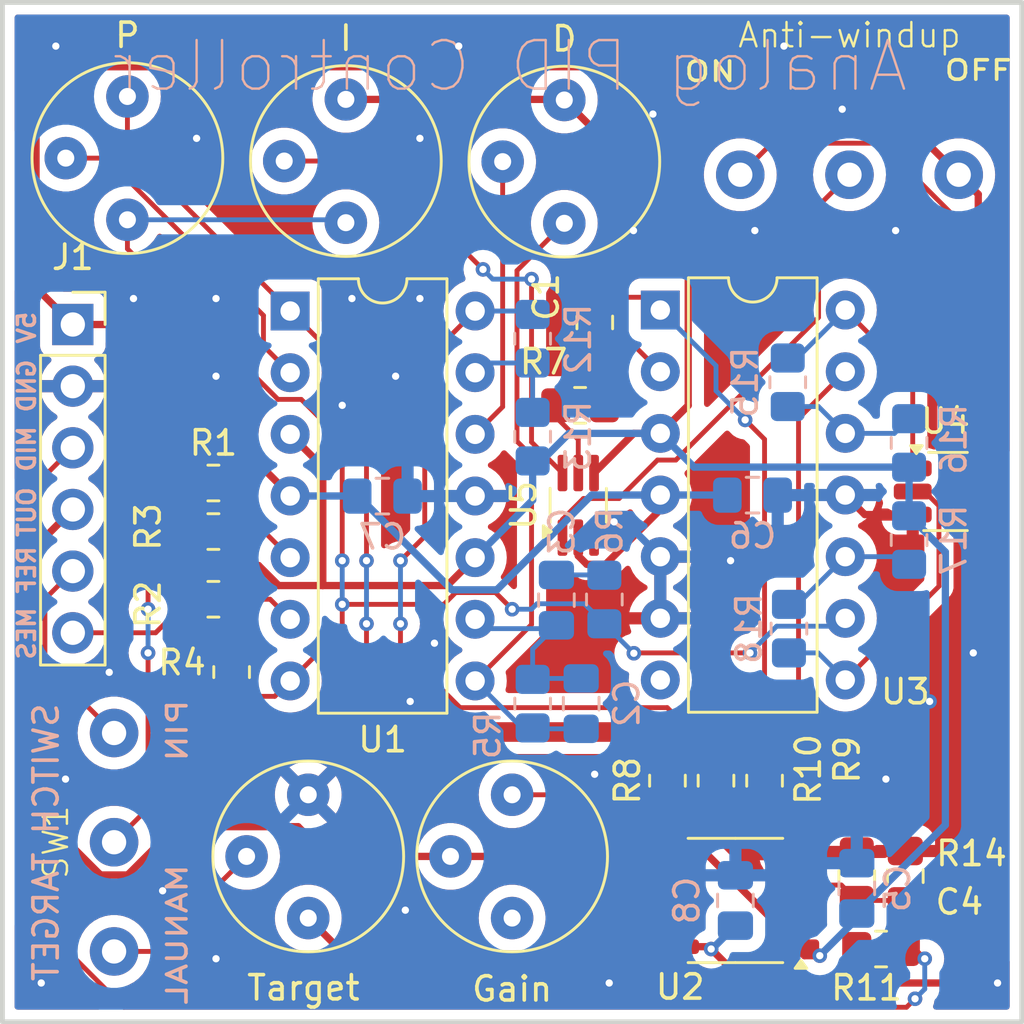
<source format=kicad_pcb>
(kicad_pcb (version 20240108) (generator "pcbnew") (generator_version "8.0")
  (layers (0 "F.Cu" signal) (31 "B.Cu" signal) (36 "B.SilkS" user "B.Silkscreen") (37 "F.SilkS" user "F.Silkscreen") (38 "B.Mask" user) (39 "F.Mask" user) (44 "Edge.Cuts" user))
  (net 0 "")
  (net 1 "/I")
  (net 2 "Net-(U1B--)")
  (net 3 "Net-(U1D-+)")
  (net 4 "Net-(U1C--)")
  (net 5 "Net-(C3-Pad1)")
  (net 6 "GND")
  (net 7 "/Vmid_opt")
  (net 8 "/Vmid")
  (net 9 "+5V")
  (net 10 "/Measured")
  (net 11 "/Target_opt")
  (net 12 "/Vout")
  (net 13 "Net-(SW1-B)")
  (net 14 "Net-(U3A--)")
  (net 15 "/Diff")
  (net 16 "Net-(U5-COM)")
  (net 17 "/V-")
  (net 18 "/P")
  (net 19 "/D")
  (net 20 "Net-(U1D--)")
  (net 21 "Net-(R15-Pad2)")
  (net 22 "Net-(U3C-+)")
  (net 23 "Net-(R18-Pad2)")
  (net 24 "Net-(U1A--)")
  (net 25 "Net-(U5-NO)")
  (net 26 "Net-(C2-Pad2)")
  (net 27 "Net-(SW1-C)")
  (net 28 "/Integrator_Off")
  (net 29 "Net-(U1B-+)")
  (net 31 "Net-(U3D-+)")
  (net 33 "Net-(SW2-C)")
  (footprint "Resistor_SMD:R_0805_2012Metric_Pad1.20x1.40mm_HandSolder" (layer "F.Cu") (at 149 139.465 -90)
    (property "Reference" "R10")
    (property "Value" "5k")
  )
  (footprint "Potentiometer_THT:Potentiometer_Bourns_3339P_Vertical_HandSoldering" (layer "F.Cu") (at 142.75 116.5)
    (property "Reference" "D")
    (property "Value" "10k")
  )
  (footprint "Package_TO_SOT_SMD:SOT-363_SC-70-6_Handsoldering" (layer "F.Cu") (at 143.325 128.12 90)
    (property "Reference" "U5")
    (property "Value" "~")
  )
  (footprint "Resistor_SMD:R_0805_2012Metric_Pad1.20x1.40mm_HandSolder" (layer "F.Cu") (at 143.4 124)
    (property "Reference" "R7")
    (property "Value" "1Meg")
  )
  (footprint "Package_TO_SOT_SMD:SOT-23-5_HandSoldering" (layer "F.Cu") (at 158.455 127.55)
    (property "Reference" "U4")
    (property "Value" "NC7SZ86M5X")
  )
  (footprint "Resistor_SMD:R_0805_2012Metric_Pad1.20x1.40mm_HandSolder" (layer "F.Cu") (at 151 139.465 -90)
    (property "Reference" "R9")
    (property "Value" "5k")
  )
  (footprint "Package_DIP:DIP-14_W7.62mm" (layer "F.Cu") (at 146.705 120.075)
    (property "Reference" "U3")
    (property "Value" "MCP6004")
  )
  (footprint "Resistor_SMD:R_0805_2012Metric_Pad1.20x1.40mm_HandSolder" (layer "F.Cu") (at 155.8 146.4 180)
    (property "Reference" "R11")
    (property "Value" "100k")
  )
  (footprint "Resistor_SMD:R_0805_2012Metric_Pad1.20x1.40mm_HandSolder" (layer "F.Cu") (at 154.8 143.4 -90)
    (property "Reference" "R14")
    (property "Value" "100k")
  )
  (footprint "MyFootprints:SS12D10 SPDT Switch" (layer "F.Cu") (at 124.2 142 90)
    (property "Reference" "SW1")
    (property "Value" "SS12D10")
  )
  (footprint "Potentiometer_THT:Potentiometer_Bourns_3339P_Vertical_HandSoldering" (layer "F.Cu") (at 140.6 145.125)
    (property "Reference" "Gain")
    (property "Value" "10k")
  )
  (footprint "Package_SO:SOIC-8_3.9x4.9mm_P1.27mm" (layer "F.Cu") (at 149.8 144.4 180)
    (property "Reference" "U2")
    (property "Value" "Opamp_Dual")
  )
  (footprint "Potentiometer_THT:Potentiometer_Bourns_3339P_Vertical_HandSoldering" (layer "F.Cu") (at 132.2 145.125)
    (property "Reference" "Target")
    (property "Value" "10k")
  )
  (footprint "Resistor_SMD:R_0805_2012Metric_Pad1.20x1.40mm_HandSolder" (layer "F.Cu") (at 147 139.465 90)
    (property "Reference" "R8")
    (property "Value" "5k")
  )
  (footprint "Connector_PinSocket_2.54mm:PinSocket_1x06_P2.54mm_Vertical" (layer "F.Cu") (at 122.5 120.67)
    (property "Reference" "J1")
    (property "Value" "Conn_01x06_Socket")
  )
  (footprint "Resistor_SMD:R_0805_2012Metric_Pad1.20x1.40mm_HandSolder" (layer "F.Cu") (at 128.2925 127.2)
    (property "Reference" "R1")
    (property "Value" "100k")
  )
  (footprint "Potentiometer_THT:Potentiometer_Bourns_3339P_Vertical_HandSoldering" (layer "F.Cu") (at 124.75 116.355)
    (property "Reference" "P")
    (property "Value" "10k")
  )
  (footprint "Resistor_SMD:R_0805_2012Metric_Pad1.20x1.40mm_HandSolder" (layer "F.Cu") (at 128.2925 131.99)
    (property "Reference" "R2")
    (property "Value" "100k")
  )
  (footprint "Package_DIP:DIP-14_W7.62mm" (layer "F.Cu") (at 131.455 120.115)
    (property "Reference" "U1")
    (property "Value" "MCP6004")
  )
  (footprint "Resistor_SMD:R_0805_2012Metric_Pad1.20x1.40mm_HandSolder" (layer "F.Cu") (at 128.2925 129.2)
    (property "Reference" "R3")
    (property "Value" "100k")
  )
  (footprint "Resistor_SMD:R_0805_2012Metric_Pad1.20x1.40mm_HandSolder" (layer "F.Cu") (at 129.0425 134.99 -90)
    (property "Reference" "R4")
    (property "Value" "100k")
  )
  (footprint "Capacitor_SMD:C_0805_2012Metric_Pad1.18x1.45mm_HandSolder" (layer "F.Cu") (at 156.8 143.4 90)
    (property "Reference" "C4")
    (property "Value" "100nF")
  )
  (footprint "MyFootprints:SS12D10 SPDT Switch" (layer "F.Cu") (at 154.5 114.5)
    (property "Reference" "Anti-windup")
    (property "Value" "SS12D10")
  )
  (footprint "Capacitor_SMD:C_0805_2012Metric_Pad1.18x1.45mm_HandSolder" (layer "F.Cu") (at 144.005 120.585 90)
    (property "Reference" "C1")
    (property "Value" "100nF")
  )
  (footprint "Potentiometer_THT:Potentiometer_Bourns_3339P_Vertical_HandSoldering" (layer "F.Cu") (at 133.75 116.475)
    (property "Reference" "I")
    (property "Value" "10k")
  )
  (footprint "Capacitor_SMD:C_0805_2012Metric_Pad1.18x1.45mm_HandSolder" (layer "B.Cu") (at 143.445 136.29 -90)
    (property "Reference" "C2")
    (property "Value" "6nF")
  )
  (footprint "Capacitor_SMD:C_0805_2012Metric_Pad1.18x1.45mm_HandSolder" (layer "B.Cu") (at 150.505 127.7)
    (property "Reference" "C6")
    (property "Value" "100nF")
  )
  (footprint "Resistor_SMD:R_0805_2012Metric_Pad1.20x1.40mm_HandSolder" (layer "B.Cu") (at 141.445 121.255 -90)
    (property "Reference" "R12")
    (property "Value" "1Meg")
  )
  (footprint "Capacitor_SMD:C_0805_2012Metric_Pad1.18x1.45mm_HandSolder" (layer "B.Cu") (at 149.8 144.4 90)
    (property "Reference" "C8")
    (property "Value" "100nF")
  )
  (footprint "Capacitor_SMD:C_0805_2012Metric_Pad1.18x1.45mm_HandSolder" (layer "B.Cu") (at 135.255 127.74)
    (property "Reference" "C7")
    (property "Value" "100nF")
  )
  (footprint "Resistor_SMD:R_0805_2012Metric_Pad1.20x1.40mm_HandSolder" (layer "B.Cu") (at 141.445 136.29 -90)
    (property "Reference" "R5")
    (property "Value" "2k")
  )
  (footprint "Capacitor_SMD:C_0805_2012Metric_Pad1.18x1.45mm_HandSolder" (layer "B.Cu") (at 154.8 143.9 90)
    (property "Reference" "C5")
    (property "Value" "100nF")
  )
  (footprint "Resistor_SMD:R_0805_2012Metric_Pad1.20x1.40mm_HandSolder" (layer "B.Cu") (at 141.445 125.29 -90)
    (property "Reference" "R13")
    (property "Value" "100")
  )
  (footprint "Resistor_SMD:R_0805_2012Metric_Pad1.20x1.40mm_HandSolder" (layer "B.Cu") (at 156.955 125.55 90)
    (property "Reference" "R16")
    (property "Value" "5k")
  )
  (footprint "Resistor_SMD:R_0805_2012Metric_Pad1.20x1.40mm_HandSolder" (layer "B.Cu") (at 144.4 132 90)
    (property "Reference" "R6")
    (property "Value" "2k")
  )
  (footprint "Capacitor_SMD:C_0805_2012Metric_Pad1.18x1.45mm_HandSolder" (layer "B.Cu") (at 142.425 132.025 -90)
    (property "Reference" "C3")
    (property "Value" "2nF")
  )
  (footprint "Resistor_SMD:R_0805_2012Metric_Pad1.20x1.40mm_HandSolder" (layer "B.Cu") (at 151.955 123.05 90)
    (property "Reference" "R15")
    (property "Value" "5k")
  )
  (footprint "Resistor_SMD:R_0805_2012Metric_Pad1.20x1.40mm_HandSolder" (layer "B.Cu") (at 152.005 133.2 -90)
    (property "Reference" "R18")
    (property "Value" "5k")
  )
  (footprint "Resistor_SMD:R_0805_2012Metric_Pad1.20x1.40mm_HandSolder" (layer "B.Cu") (at 156.955 129.55 -90)
    (property "Reference" "R17")
    (property "Value" "5k")
  )
  (gr_rect (start 119.6 107.4) (end 161.6 149.4) (stroke (width 0.2)) (fill none) (layer "Edge.Cuts"))
  (gr_text "5V" (at 120.6 120.8 90) (layer "B.SilkS") (effects (font (size 0.7 0.7)) (justify mirror)))
  (gr_text "PIN" (at 126.8 137.4 90) (layer "B.SilkS") (effects (font (size 0.8 1)) (justify mirror)))
  (gr_text "MES" (at 120.6 133.4 90) (layer "B.SilkS") (effects (font (size 0.7 0.7)) (justify mirror)))
  (gr_text "MANUAL" (at 126.8 145.8 90) (layer "B.SilkS") (effects (font (size 0.8 1)) (justify mirror)))
  (gr_text "SWITCH TARGET" (at 121.4 142 90) (layer "B.SilkS") (effects (font (size 1 1)) (justify mirror)))
  (gr_text "MID" (at 120.6 125.8 90) (layer "B.SilkS") (effects (font (size 0.7 0.7)) (justify mirror)))
  (gr_text "Analog PID Controller" (at 157 111.2 0) (layer "B.SilkS") (effects (font (size 2 2) (thickness 0.1)) (justify left bottom mirror)))
  (gr_text "REF" (at 120.6 130.8 90) (layer "B.SilkS") (effects (font (size 0.7 0.7)) (justify mirror)))
  (gr_text "OUT" (at 120.6 128.4 90) (layer "B.SilkS") (effects (font (size 0.7 0.7)) (justify mirror)))
  (gr_text "GND" (at 120.6 123.2 90) (layer "B.SilkS") (effects (font (size 0.7 0.7)) (justify mirror)))
  (gr_text "ON" (at 148.75 110.25 0) (layer "F.SilkS") (effects (font (size 0.8 1))))
  (gr_text "OFF" (at 159.8 110.2 0) (layer "F.SilkS") (effects (font (size 0.8 1))))
  (segment (start 144.005 119.5475) (end 146.1775 119.5475) (width 0.2) (layer "F.Cu") (net 1))
  (segment (start 150.2 124.6) (end 151 125.4) (width 0.2) (layer "F.Cu") (net 1))
  (segment (start 151 125.4) (end 151 138.465) (width 0.2) (layer "F.Cu") (net 1))
  (segment (start 146.1775 119.5475) (end 146.705 120.075) (width 0.2) (layer "F.Cu") (net 1))
  (via (at 150.2 124.6) (size 0.6) (drill 0.3) (layers "F.Cu" "B.Cu") (net 1))
  (segment (start 150.2 124.6) (end 149 123.4) (width 0.2) (layer "B.Cu") (net 1))
  (segment (start 149 122.37) (end 146.705 120.075) (width 0.2) (layer "B.Cu") (net 1))
  (segment (start 149 123.4) (end 149 122.37) (width 0.2) (layer "B.Cu") (net 1))
  (segment (start 129.2925 133.74) (end 129.0425 133.99) (width 0.2) (layer "F.Cu") (net 2))
  (segment (start 130.63 131.99) (end 131.455 132.815) (width 0.2) (layer "F.Cu") (net 2))
  (segment (start 129.2925 131.99) (end 130.63 131.99) (width 0.2) (layer "F.Cu") (net 2))
  (segment (start 129.2925 131.99) (end 129.2925 133.74) (width 0.2) (layer "F.Cu") (net 2))
  (segment (start 140.21 124.06) (end 140.21 113.96) (width 0.2) (layer "F.Cu") (net 3))
  (segment (start 139.075 125.195) (end 140.21 124.06) (width 0.2) (layer "F.Cu") (net 3))
  (segment (start 141.695 135.29) (end 141.7325 135.2525) (width 0.2) (layer "B.Cu") (net 4))
  (segment (start 139.46 133.2) (end 142.2875 133.2) (width 0.2) (layer "B.Cu") (net 4))
  (segment (start 141.445 134.0425) (end 142.425 133.0625) (width 0.2) (layer "B.Cu") (net 4))
  (segment (start 141.445 135.29) (end 141.445 134.0425) (width 0.2) (layer "B.Cu") (net 4))
  (segment (start 142.2875 133.2) (end 142.425 133.0625) (width 0.2) (layer "B.Cu") (net 4))
  (segment (start 141.445 135.29) (end 141.695 135.29) (width 0.2) (layer "B.Cu") (net 4))
  (segment (start 139.075 132.815) (end 139.46 133.2) (width 0.2) (layer "B.Cu") (net 4))
  (segment (start 141.7325 135.2525) (end 143.445 135.2525) (width 0.2) (layer "B.Cu") (net 4))
  (segment (start 142.425 130.9875) (end 143.9875 130.9875) (width 0.2) (layer "B.Cu") (net 5))
  (segment (start 143.9875 130.9875) (end 144.025 131.025) (width 0.2) (layer "B.Cu") (net 5))
  (segment (start 143.975 129.45) (end 144.15 129.45) (width 0.3) (layer "F.Cu") (net 6))
  (segment (start 155.13 128.5) (end 157.105 128.5) (width 0.3) (layer "F.Cu") (net 6))
  (segment (start 154.325 127.695) (end 155.13 128.5) (width 0.3) (layer "F.Cu") (net 6))
  (segment (start 144.15 129.45) (end 144.8 128.8) (width 0.3) (layer "F.Cu") (net 6))
  (via (at 150.6 116.8) (size 0.6) (drill 0.3) (layers "F.Cu" "B.Cu") (net 6))
  (via (at 137.4 133.8) (size 0.6) (drill 0.3) (layers "F.Cu" "B.Cu") (net 6))
  (via (at 156 139.4) (size 0.6) (drill 0.3) (layers "F.Cu" "B.Cu") (net 6))
  (via (at 128.4 146.8) (size 0.6) (drill 0.3) (layers "F.Cu" "B.Cu") (net 6))
  (via (at 159.6 134.2) (size 0.6) (drill 0.3) (layers "F.Cu" "B.Cu") (net 6))
  (via (at 144.8 128.8) (size 0.6) (drill 0.3) (layers "F.Cu" "B.Cu") (net 6))
  (via (at 134 119.6) (size 0.6) (drill 0.3) (layers "F.Cu" "B.Cu") (net 6))
  (via (at 136.4 136.2) (size 0.6) (drill 0.3) (layers "F.Cu" "B.Cu") (net 6))
  (via (at 154.2 111.8) (size 0.6) (drill 0.3) (layers "F.Cu" "B.Cu") (net 6))
  (via (at 124 135) (size 0.6) (drill 0.3) (layers "F.Cu" "B.Cu") (net 6))
  (via (at 146.4 112) (size 0.6) (drill 0.3) (layers "F.Cu" "B.Cu") (net 6))
  (via (at 133.6 124) (size 0.6) (drill 0.3) (layers "F.Cu" "B.Cu") (net 6))
  (via (at 138.4 109.2) (size 0.6) (drill 0.3) (layers "F.Cu" "B.Cu") (net 6))
  (via (at 121.8 109.2) (size 0.6) (drill 0.3) (layers "F.Cu" "B.Cu") (net 6))
  (via (at 145.6 116.8) (size 0.6) (drill 0.3) (layers "F.Cu" "B.Cu") (net 6))
  (via (at 160.6 147.8) (size 0.6) (drill 0.3) (layers "F.Cu" "B.Cu") (net 6))
  (via (at 122.2 139.4) (size 0.6) (drill 0.3) (layers "F.Cu" "B.Cu") (net 6))
  (via (at 136.8 119.6) (size 0.6) (drill 0.3) (layers "F.Cu" "B.Cu") (net 6))
  (via (at 157.8 136.2) (size 0.6) (drill 0.3) (layers "F.Cu" "B.Cu") (net 6))
  (via (at 144 139.2) (size 0.6) (drill 0.3) (layers "F.Cu" "B.Cu") (net 6))
  (via (at 126.2 144) (size 0.6) (drill 0.3) (layers "F.Cu" "B.Cu") (net 6))
  (via (at 136.2 144.8) (size 0.6) (drill 0.3) (layers "F.Cu" "B.Cu") (net 6))
  (via (at 121.2 147.8) (size 0.6) (drill 0.3) (layers "F.Cu" "B.Cu") (net 6))
  (via (at 156.4 116.8) (size 0.6) (drill 0.3) (layers "F.Cu" "B.Cu") (net 6))
  (via (at 136.8 113) (size 0.6) (drill 0.3) (layers "F.Cu" "B.Cu") (net 6))
  (via (at 125 119.6) (size 0.6) (drill 0.3) (layers "F.Cu" "B.Cu") (net 6))
  (via (at 144.6 147.8) (size 0.6) (drill 0.3) (layers "F.Cu" "B.Cu") (net 6))
  (via (at 127.6 113) (size 0.6) (drill 0.3) (layers "F.Cu" "B.Cu") (net 6))
  (via (at 135.8 122.8) (size 0.6) (drill 0.3) (layers "F.Cu" "B.Cu") (net 6))
  (via (at 149.6 130.4) (size 0.6) (drill 0.3) (layers "F.Cu" "B.Cu") (net 6))
  (via (at 128.4 119.6) (size 0.6) (drill 0.3) (layers "F.Cu" "B.Cu") (net 6))
  (via (at 128.4 122.8) (size 0.6) (drill 0.3) (layers "F.Cu" "B.Cu") (net 6))
  (via (at 151.8 109.2) (size 0.6) (drill 0.3) (layers "F.Cu" "B.Cu") (net 6))
  (segment (start 144.8 128.8) (end 145.27 128.8) (width 0.3) (layer "B.Cu") (net 6))
  (segment (start 145.27 128.8) (end 146.705 130.235) (width 0.3) (layer "B.Cu") (net 6))
  (segment (start 157.2 146.4) (end 156.8 146.4) (width 0.2) (layer "F.Cu") (net 7))
  (segment (start 154.8 144.4) (end 156.7625 144.4) (width 0.2) (layer "F.Cu") (net 7))
  (segment (start 120.35 127.9) (end 122.5 125.75) (width 0.2) (layer "F.Cu") (net 7))
  (segment (start 124.6 148.8) (end 120.35 144.55) (width 0.2) (layer "F.Cu") (net 7))
  (segment (start 156.8 146.4) (end 156.8 144.4375) (width 0.2) (layer "F.Cu") (net 7))
  (segment (start 154.165 143.765) (end 154.8 144.4) (width 0.2) (layer "F.Cu") (net 7))
  (segment (start 120.35 144.55) (end 120.35 127.9) (width 0.2) (layer "F.Cu") (net 7))
  (segment (start 156.85 148.8) (end 124.6 148.8) (width 0.2) (layer "F.Cu") (net 7))
  (segment (start 152.275 143.765) (end 154.165 143.765) (width 0.2) (layer "F.Cu") (net 7))
  (segment (start 157.6 146.8) (end 157.2 146.4) (width 0.2) (layer "F.Cu") (net 7))
  (segment (start 157.2 148.45) (end 156.85 148.8) (width 0.2) (layer "F.Cu") (net 7))
  (via (at 157.2 148.45) (size 0.6) (drill 0.3) (layers "F.Cu" "B.Cu") (net 7))
  (via (at 157.6 146.8) (size 0.6) (drill 0.3) (layers "F.Cu" "B.Cu") (net 7))
  (segment (start 157.6 148.05) (end 157.2 148.45) (width 0.2) (layer "B.Cu") (net 7))
  (segment (start 157.6 146.8) (end 157.6 148.05) (width 0.2) (layer "B.Cu") (net 7))
  (segment (start 130.978654 131.425) (end 130.153654 130.6) (width 0.3) (layer "F.Cu") (net 8))
  (segment (start 133.75 111.395) (end 142.725 111.395) (width 0.3) (layer "F.Cu") (net 8))
  (segment (start 147.855 124.005) (end 147.855 116.525) (width 0.3) (layer "F.Cu") (net 8))
  (segment (start 151.165 145.035) (end 152.275 145.035) (width 0.3) (layer "F.Cu") (net 8))
  (segment (start 132.8 131.425) (end 130.978654 131.425) (width 0.3) (layer "F.Cu") (net 8))
  (segment (start 152.645 146.675) (end 152.275 146.305) (width 0.3) (layer "F.Cu") (net 8))
  (segment (start 131.455 125.195) (end 132.8 126.54) (width 0.3) (layer "F.Cu") (net 8))
  (segment (start 132.8 126.54) (end 132.8 131.425) (width 0.3) (layer "F.Cu") (net 8))
  (segment (start 147.855 116.525) (end 142.75 111.42) (width 0.3) (layer "F.Cu") (net 8))
  (segment (start 143.975 126.79) (end 145.61 125.155) (width 0.3) (layer "F.Cu") (net 8))
  (segment (start 152.275 145.035) (end 152.275 146.305) (width 0.3) (layer "F.Cu") (net 8))
  (segment (start 145.61 125.155) (end 146.705 125.155) (width 0.3) (layer "F.Cu") (net 8))
  (segment (start 146.705 125.155) (end 147.855 124.005) (width 0.3) (layer "F.Cu") (net 8))
  (segment (start 147.325 142.495) (end 148.625 142.495) (width 0.3) (layer "F.Cu") (net 8))
  (segment (start 139.075 130.275) (end 137.925 131.425) (width 0.3) (layer "F.Cu") (net 8))
  (segment (start 137.925 131.425) (end 132.8 131.425) (width 0.3) (layer "F.Cu") (net 8))
  (segment (start 142.725 111.395) (end 142.75 111.42) (width 0.3) (layer "F.Cu") (net 8))
  (segment (start 153.275 146.675) (end 152.645 146.675) (width 0.3) (layer "F.Cu") (net 8))
  (segment (start 130.153654 130.6) (end 128.6925 130.6) (width 0.3) (layer "F.Cu") (net 8))
  (segment (start 128.6925 130.6) (end 127.2925 129.2) (width 0.3) (layer "F.Cu") (net 8))
  (segment (start 148.625 142.495) (end 151.165 145.035) (width 0.3) (layer "F.Cu") (net 8))
  (via (at 153.275 146.675) (size 0.6) (drill 0.3) (layers "F.Cu" "B.Cu") (net 8))
  (segment (start 141.445 126.29) (end 141.445 127.755) (width 0.3) (layer "B.Cu") (net 8))
  (segment (start 156.955 128.55) (end 156.955 126.55) (width 0.3) (layer "B.Cu") (net 8))
  (segment (start 156.95 126.545) (end 148.095 126.545) (width 0.3) (layer "B.Cu") (net 8))
  (segment (start 158.45 141.2875) (end 154.8 144.9375) (width 0.3) (layer "B.Cu") (net 8))
  (segment (start 141.445 127.755) (end 141.445 127.905) (width 0.3) (layer "B.Cu") (net 8))
  (segment (start 153.275 146.675) (end 154.8 145.15) (width 0.3) (layer "B.Cu") (net 8))
  (segment (start 156.955 126.55) (end 156.95 126.545) (width 0.3) (layer "B.Cu") (net 8))
  (segment (start 141.445 126.29) (end 141.81 126.29) (width 0.3) (layer "B.Cu") (net 8))
  (segment (start 148.095 126.545) (end 146.705 125.155) (width 0.3) (layer "B.Cu") (net 8))
  (segment (start 141.81 126.29) (end 142.945 125.155) (width 0.3) (layer "B.Cu") (net 8))
  (segment (start 158.45 130.045) (end 158.45 141.2875) (width 0.3) (layer "B.Cu") (net 8))
  (segment (start 154.8 145.15) (end 154.8 144.9375) (width 0.3) (layer "B.Cu") (net 8))
  (segment (start 141.445 127.905) (end 139.075 130.275) (width 0.3) (layer "B.Cu") (net 8))
  (segment (start 142.945 125.155) (end 146.705 125.155) (width 0.3) (layer "B.Cu") (net 8))
  (segment (start 156.955 128.55) (end 158.45 130.045) (width 0.3) (layer "B.Cu") (net 8))
  (segment (start 159 147.8) (end 156.2 147.8) (width 0.3) (layer "F.Cu") (net 9))
  (segment (start 150.2 147.8) (end 148.8 146.4) (width 0.3) (layer "F.Cu") (net 9))
  (segment (start 144.45 130.55) (end 146.705 128.295) (width 0.3) (layer "F.Cu") (net 9))
  (segment (start 156.55 147.8) (end 150.2 147.8) (width 0.3) (layer "F.Cu") (net 9))
  (segment (start 133.68 146.605) (end 147.025 146.605) (width 0.3) (layer "F.Cu") (net 9))
  (segment (start 143.675001 130.55) (end 144.45 130.55) (width 0.3) (layer "F.Cu") (net 9))
  (segment (start 147.025 146.605) (end 147.325 146.305) (width 0.3) (layer "F.Cu") (net 9))
  (segment (start 143.325 129.45) (end 143.325 130.199999) (width 0.3) (layer "F.Cu") (net 9))
  (segment (start 154.55 110.05) (end 159 114.5) (width 0.3) (layer "F.Cu") (net 9))
  (segment (start 120.985 119.155) (end 120.985 112.815) (width 0.3) (layer "F.Cu") (net 9))
  (segment (start 159.805 115.305) (end 159.805 126.6) (width 0.3) (layer "F.Cu") (net 9))
  (segment (start 156.2 147.8) (end 154.8 146.4) (width 0.3) (layer "F.Cu") (net 9))
  (segment (start 159.805 126.6) (end 160.935 127.73) (width 0.3) (layer "F.Cu") (net 9))
  (segment (start 122.5 120.67) (end 124.417956 120.67) (width 0.3) (layer "F.Cu") (net 9))
  (segment (start 160.935 127.73) (end 160.935 145.865) (width 0.3) (layer "F.Cu") (net 9))
  (segment (start 122.5 120.67) (end 120.985 119.155) (width 0.3) (layer "F.Cu") (net 9))
  (segment (start 159 114.5) (end 159.805 115.305) (width 0.3) (layer "F.Cu") (net 9))
  (segment (start 160.935 145.865) (end 159 147.8) (width 0.3) (layer "F.Cu") (net 9))
  (segment (start 148.705 146.305) (end 147.325 146.305) (width 0.3) (layer "F.Cu") (net 9))
  (segment (start 131.455 127.707044) (end 131.455 127.735) (width 0.3) (layer "F.Cu") (net 9))
  (segment (start 132.2 145.125) (end 133.68 146.605) (width 0.3) (layer "F.Cu") (net 9))
  (segment (start 148.8 146.4) (end 148.705 146.305) (width 0.3) (layer "F.Cu") (net 9))
  (segment (start 124.417956 120.67) (end 131.455 127.707044) (width 0.3) (layer "F.Cu") (net 9))
  (segment (start 143.325 130.199999) (end 143.675001 130.55) (width 0.3) (layer "F.Cu") (net 9))
  (segment (start 123.75 110.05) (end 154.55 110.05) (width 0.3) (layer "F.Cu") (net 9))
  (segment (start 146.705 128.295) (end 146.705 127.695) (width 0.3) (layer "F.Cu") (net 9))
  (segment (start 120.985 112.815) (end 123.75 110.05) (width 0.3) (layer "F.Cu") (net 9))
  (via (at 148.8 146.4) (size 0.6) (drill 0.3) (layers "F.Cu" "B.Cu") (net 9))
  (segment (start 139.972272 131.6) (end 143.877272 127.695) (width 0.3) (layer "B.Cu") (net 9))
  (segment (start 134.259239 127.74) (end 138.119239 131.6) (width 0.3) (layer "B.Cu") (net 9))
  (segment (start 146.705 127.695) (end 149.4625 127.695) (width 0.3) (layer "B.Cu") (net 9))
  (segment (start 131.455 127.735) (end 134.2125 127.735) (width 0.3) (layer "B.Cu") (net 9))
  (segment (start 138.119239 131.6) (end 139.972272 131.6) (width 0.3) (layer "B.Cu") (net 9))
  (segment (start 149.4625 127.695) (end 149.4675 127.7) (width 0.3) (layer "B.Cu") (net 9))
  (segment (start 148.8 146.4) (end 148.8375 146.4) (width 0.3) (layer "B.Cu") (net 9))
  (segment (start 148.8375 146.4) (end 149.8 145.4375) (width 0.3) (layer "B.Cu") (net 9))
  (segment (start 143.877272 127.695) (end 146.705 127.695) (width 0.3) (layer "B.Cu") (net 9))
  (segment (start 134.2175 127.74) (end 134.259239 127.74) (width 0.3) (layer "B.Cu") (net 9))
  (segment (start 134.2125 127.735) (end 134.2175 127.74) (width 0.3) (layer "B.Cu") (net 9))
  (segment (start 125.9125 133.37) (end 127.2925 131.99) (width 0.2) (layer "F.Cu") (net 10))
  (segment (start 122.5 133.37) (end 125.9125 133.37) (width 0.2) (layer "F.Cu") (net 10))
  (segment (start 122.5 130.83) (end 121.35 131.98) (width 0.2) (layer "F.Cu") (net 11))
  (segment (start 121.35 134.65) (end 124.2 137.5) (width 0.2) (layer "F.Cu") (net 11))
  (segment (start 121.35 131.98) (end 121.35 134.65) (width 0.2) (layer "F.Cu") (net 11))
  (segment (start 143.915 142.585) (end 146.365 145.035) (width 0.3) (layer "F.Cu") (net 12))
  (segment (start 123.640811 143.35) (end 120.8 140.509189) (width 0.3) (layer "F.Cu") (net 12))
  (segment (start 120.8 129.99) (end 122.5 128.29) (width 0.3) (layer "F.Cu") (net 12))
  (segment (start 131.782588 141.36) (end 126.749189 141.36) (width 0.3) (layer "F.Cu") (net 12))
  (segment (start 138.06 142.585) (end 143.915 142.585) (width 0.3) (layer "F.Cu") (net 12))
  (segment (start 124.759189 143.35) (end 123.640811 143.35) (width 0.3) (layer "F.Cu") (net 12))
  (segment (start 126.749189 141.36) (end 124.759189 143.35) (width 0.3) (layer "F.Cu") (net 12))
  (segment (start 120.8 140.509189) (end 120.8 129.99) (width 0.3) (layer "F.Cu") (net 12))
  (segment (start 146.365 145.035) (end 147.325 145.035) (width 0.3) (layer "F.Cu") (net 12))
  (segment (start 133.007588 142.585) (end 131.782588 141.36) (width 0.3) (layer "F.Cu") (net 12))
  (segment (start 138.06 142.585) (end 133.007588 142.585) (width 0.3) (layer "F.Cu") (net 12))
  (segment (start 125.6 140.6) (end 125.6 134.2) (width 0.2) (layer "F.Cu") (net 13))
  (segment (start 124.2 142) (end 125.6 140.6) (width 0.2) (layer "F.Cu") (net 13))
  (segment (start 125.6 132.4) (end 125.6 128.8925) (width 0.2) (layer "F.Cu") (net 13))
  (segment (start 125.6 128.8925) (end 127.2925 127.2) (width 0.2) (layer "F.Cu") (net 13))
  (via (at 125.6 134.2) (size 0.6) (drill 0.3) (layers "F.Cu" "B.Cu") (net 13))
  (via (at 125.6 132.4) (size 0.6) (drill 0.3) (layers "F.Cu" "B.Cu") (net 13))
  (segment (start 125.6 134.2) (end 125.6 132.4) (width 0.2) (layer "B.Cu") (net 13))
  (segment (start 145.7125 121.6225) (end 146.705 122.615) (width 0.2) (layer "F.Cu") (net 14))
  (segment (start 144.005 121.6225) (end 145.7125 121.6225) (width 0.2) (layer "F.Cu") (net 14))
  (segment (start 144.005 123.605) (end 144.4 124) (width 0.2) (layer "F.Cu") (net 14))
  (segment (start 144.005 121.6225) (end 144.005 123.605) (width 0.2) (layer "F.Cu") (net 14))
  (segment (start 130.955 123.755) (end 124.75 117.55) (width 0.2) (layer "F.Cu") (net 15))
  (segment (start 145.63 134.2) (end 145.615 134.215) (width 0.2) (layer "F.Cu") (net 15))
  (segment (start 124.75 117.55) (end 124.75 116.355) (width 0.2) (layer "F.Cu") (net 15))
  (segment (start 133.6 125.444365) (end 131.910635 123.755) (width 0.2) (layer "F.Cu") (net 15))
  (segment (start 150.4 134.2) (end 145.63 134.2) (width 0.2) (layer "F.Cu") (net 15))
  (segment (start 133.6 132.2) (end 133.6 133.21) (width 0.2) (layer "F.Cu") (net 15))
  (segment (start 140.6 132.4) (end 139.915 131.715) (width 0.2) (layer "F.Cu") (net 15))
  (segment (start 133.6 130.4) (end 133.6 125.444365) (width 0.2) (layer "F.Cu") (net 15))
  (segment (start 138.271396 131.715) (end 137.786396 132.2) (width 0.2) (layer "F.Cu") (net 15))
  (segment (start 131.910635 123.755) (end 130.955 123.755) (width 0.2) (layer "F.Cu") (net 15))
  (segment (start 130.82 135.99) (end 131.455 135.355) (width 0.2) (layer "F.Cu") (net 15))
  (segment (start 129.0425 135.99) (end 130.82 135.99) (width 0.2) (layer "F.Cu") (net 15))
  (segment (start 139.915 131.715) (end 138.271396 131.715) (width 0.2) (layer "F.Cu") (net 15))
  (segment (start 137.786396 132.2) (end 133.6 132.2) (width 0.2) (layer "F.Cu") (net 15))
  (segment (start 133.6 133.21) (end 131.455 135.355) (width 0.2) (layer "F.Cu") (net 15))
  (via (at 150.4 134.2) (size 0.6) (drill 0.3) (layers "F.Cu" "B.Cu") (net 15))
  (via (at 145.615 134.215) (size 0.6) (drill 0.3) (layers "F.Cu" "B.Cu") (net 15))
  (via (at 133.6 130.4) (size 0.6) (drill 0.3) (layers "F.Cu" "B.Cu") (net 15))
  (via (at 133.6 132.2) (size 0.6) (drill 0.3) (layers "F.Cu" "B.Cu") (net 15))
  (via (at 140.6 132.4) (size 0.6) (drill 0.3) (layers "F.Cu" "B.Cu") (net 15))
  (segment (start 140.6 132.4) (end 141.4 132.4) (width 0.2) (layer "B.Cu") (net 15))
  (segment (start 144.4 133) (end 145.615 134.215) (width 0.2) (layer "B.Cu") (net 15))
  (segment (start 143.575 132.175) (end 144.425 133.025) (width 0.2) (layer "B.Cu") (net 15))
  (segment (start 151.5 133.1) (end 154 133.1) (width 0.2) (layer "B.Cu") (net 15))
  (segment (start 141.625 132.175) (end 143.575 132.175) (width 0.2) (layer "B.Cu") (net 15))
  (segment (start 150.385 134.215) (end 150.4 134.2) (width 0.2) (layer "B.Cu") (net 15))
  (segment (start 133.63 116.355) (end 133.75 116.475) (width 0.2) (layer "B.Cu") (net 15))
  (segment (start 150.385 134.215) (end 151.5 133.1) (width 0.2) (layer "B.Cu") (net 15))
  (segment (start 154 133.1) (end 154.325 132.775) (width 0.2) (layer "B.Cu") (net 15))
  (segment (start 141.4 132.4) (end 141.625 132.175) (width 0.2) (layer "B.Cu") (net 15))
  (segment (start 133.6 132.2) (end 133.6 130.4) (width 0.2) (layer "B.Cu") (net 15))
  (segment (start 124.75 116.355) (end 133.63 116.355) (width 0.2) (layer "B.Cu") (net 15))
  (segment (start 142.005 124.085) (end 143.325 125.405) (width 0.2) (layer "F.Cu") (net 16))
  (segment (start 143.325 125.405) (end 143.325 126.79) (width 0.2) (layer "F.Cu") (net 16))
  (segment (start 146.05 143.464999) (end 146.05 141.415) (width 0.2) (layer "F.Cu") (net 17))
  (segment (start 152.4 139.065) (end 151 140.465) (width 0.2) (layer "F.Cu") (net 17))
  (segment (start 154.325 122.615) (end 152.4 124.54) (width 0.2) (layer "F.Cu") (net 17))
  (segment (start 146.58 140.045) (end 147 140.465) (width 0.2) (layer "F.Cu") (net 17))
  (segment (start 140.6 140.045) (end 146.58 140.045) (width 0.2) (layer "F.Cu") (net 17))
  (segment (start 147.325 143.765) (end 146.350001 143.765) (width 0.2) (layer "F.Cu") (net 17))
  (segment (start 147 140.465) (end 151 140.465) (width 0.2) (layer "F.Cu") (net 17))
  (segment (start 146.350001 143.765) (end 146.05 143.464999) (width 0.2) (layer "F.Cu") (net 17))
  (segment (start 152.4 124.54) (end 152.4 139.065) (width 0.2) (layer "F.Cu") (net 17))
  (segment (start 146.05 141.415) (end 147 140.465) (width 0.2) (layer "F.Cu") (net 17))
  (segment (start 134.6 123.26) (end 131.455 120.115) (width 0.2) (layer "F.Cu") (net 18))
  (segment (start 137.065 138.465) (end 147 138.465) (width 0.2) (layer "F.Cu") (net 18))
  (segment (start 124.75 113.41) (end 131.455 120.115) (width 0.2) (layer "F.Cu") (net 18))
  (segment (start 134.6 130.4) (end 134.6 123.26) (width 0.2) (layer "F.Cu") (net 18))
  (segment (start 134.6 136) (end 137.065 138.465) (width 0.2) (layer "F.Cu") (net 18))
  (segment (start 124.75 111.275) (end 124.75 113.41) (width 0.2) (layer "F.Cu") (net 18))
  (segment (start 134.6 133) (end 134.6 136) (width 0.2) (layer "F.Cu") (net 18))
  (via (at 134.6 130.4) (size 0.6) (drill 0.3) (layers "F.Cu" "B.Cu") (net 18))
  (via (at 134.6 133) (size 0.6) (drill 0.3) (layers "F.Cu" "B.Cu") (net 18))
  (segment (start 134.6 130.4) (end 134.6 133) (width 0.2) (layer "B.Cu") (net 18))
  (segment (start 136 133) (end 136 134) (width 0.2) (layer "F.Cu") (net 19))
  (segment (start 138.455 136.455) (end 146.99 136.455) (width 0.2) (layer "F.Cu") (net 19))
  (segment (start 137 122.19) (end 139.075 120.115) (width 0.2) (layer "F.Cu") (net 19))
  (segment (start 136 134) (end 138.455 136.455) (width 0.2) (layer "F.Cu") (net 19))
  (segment (start 136 130.4) (end 137 129.4) (width 0.2) (layer "F.Cu") (net 19))
  (segment (start 146.99 136.455) (end 149 138.465) (width 0.2) (layer "F.Cu") (net 19))
  (segment (start 137 129.4) (end 137 122.19) (width 0.2) (layer "F.Cu") (net 19))
  (via (at 136 133) (size 0.6) (drill 0.3) (layers "F.Cu" "B.Cu") (net 19))
  (via (at 136 130.4) (size 0.6) (drill 0.3) (layers "F.Cu" "B.Cu") (net 19))
  (segment (start 141.305 120.115) (end 141.445 120.255) (width 0.2) (layer "B.Cu") (net 19))
  (segment (start 136 133) (end 136 130.4) (width 0.2) (layer "B.Cu") (net 19))
  (segment (start 139.075 120.115) (end 141.305 120.115) (width 0.2) (layer "B.Cu") (net 19))
  (segment (start 141.445 122.255) (end 141.445 124.29) (width 0.2) (layer "B.Cu") (net 20))
  (segment (start 139.475 122.255) (end 139.075 122.655) (width 0.2) (layer "B.Cu") (net 20))
  (segment (start 141.445 122.255) (end 139.475 122.255) (width 0.2) (layer "B.Cu") (net 20))
  (segment (start 154.325 120.075) (end 157.105 122.855) (width 0.2) (layer "F.Cu") (net 21))
  (segment (start 157.105 122.855) (end 157.105 126.6) (width 0.2) (layer "F.Cu") (net 21))
  (segment (start 152.35 122.05) (end 154.325 120.075) (width 0.2) (layer "B.Cu") (net 21))
  (segment (start 151.955 122.05) (end 152.35 122.05) (width 0.2) (layer "B.Cu") (net 21))
  (segment (start 152.005 132.2) (end 152.36 132.2) (width 0.2) (layer "B.Cu") (net 22))
  (segment (start 152.36 132.2) (end 154.325 130.235) (width 0.2) (layer "B.Cu") (net 22))
  (segment (start 156.64 130.235) (end 156.955 130.55) (width 0.2) (layer "B.Cu") (net 22))
  (segment (start 154.325 130.235) (end 156.64 130.235) (width 0.2) (layer "B.Cu") (net 22))
  (segment (start 154.325 135.315) (end 158.185 131.455) (width 0.2) (layer "F.Cu") (net 23))
  (segment (start 157.593576 127.55) (end 157.105 127.55) (width 0.2) (layer "F.Cu") (net 23))
  (segment (start 158.185 128.141424) (end 157.593576 127.55) (width 0.2) (layer "F.Cu") (net 23))
  (segment (start 158.185 131.455) (end 158.185 128.141424) (width 0.2) (layer "F.Cu") (net 23))
  (segment (start 153.21 134.2) (end 154.325 135.315) (width 0.2) (layer "B.Cu") (net 23))
  (segment (start 152.005 134.2) (end 153.21 134.2) (width 0.2) (layer "B.Cu") (net 23))
  (segment (start 122.21 113.815) (end 123.871701 113.815) (width 0.2) (layer "F.Cu") (net 24))
  (segment (start 130.355 120.298299) (end 130.355 121.555) (width 0.2) (layer "F.Cu") (net 24))
  (segment (start 123.871701 113.815) (end 130.355 120.298299) (width 0.2) (layer "F.Cu") (net 24))
  (segment (start 130.355 121.555) (end 131.455 122.655) (width 0.2) (layer "F.Cu") (net 24))
  (segment (start 134.935 113.935) (end 131.21 113.935) (width 0.2) (layer "F.Cu") (net 25))
  (segment (start 139.4 118.4) (end 134.935 113.935) (width 0.2) (layer "F.Cu") (net 25))
  (segment (start 141.4 125.515) (end 141.4 118.8) (width 0.2) (layer "F.Cu") (net 25))
  (segment (start 142.675 126.79) (end 141.4 125.515) (width 0.2) (layer "F.Cu") (net 25))
  (via (at 141.4 118.8) (size 0.6) (drill 0.3) (layers "F.Cu" "B.Cu") (net 25))
  (via (at 139.4 118.4) (size 0.6) (drill 0.3) (layers "F.Cu" "B.Cu") (net 25))
  (segment (start 141.4 118.8) (end 139.8 118.8) (width 0.2) (layer "B.Cu") (net 25))
  (segment (start 139.8 118.8) (end 139.4 118.4) (width 0.2) (layer "B.Cu") (net 25))
  (segment (start 140.8 118.45) (end 142.75 116.5) (width 0.2) (layer "F.Cu") (net 26))
  (segment (start 140.8 125.480686) (end 140.8 118.45) (width 0.2) (layer "F.Cu") (net 26))
  (segment (start 141.4 126.080686) (end 140.8 125.480686) (width 0.2) (layer "F.Cu") (net 26))
  (segment (start 141.4 133.03) (end 141.4 126.080686) (width 0.2) (layer "F.Cu") (net 26))
  (segment (start 139.075 135.355) (end 141.4 133.03) (width 0.2) (layer "F.Cu") (net 26))
  (segment (start 141.4825 137.3275) (end 141.445 137.29) (width 0.2) (layer "B.Cu") (net 26))
  (segment (start 141.01 137.29) (end 139.075 135.355) (width 0.2) (layer "B.Cu") (net 26))
  (segment (start 143.445 137.3275) (end 141.4825 137.3275) (width 0.2) (layer "B.Cu") (net 26))
  (segment (start 141.445 137.29) (end 141.01 137.29) (width 0.2) (layer "B.Cu") (net 26))
  (segment (start 124.2 146.5) (end 125.745 146.5) (width 0.2) (layer "F.Cu") (net 27))
  (segment (start 125.745 146.5) (end 129.66 142.585) (width 0.2) (layer "F.Cu") (net 27))
  (segment (start 147.345 126.255) (end 153.225 120.375) (width 0.2) (layer "F.Cu") (net 28))
  (segment (start 143.535001 127.84) (end 145.004365 127.84) (width 0.2) (layer "F.Cu") (net 28))
  (segment (start 146.589365 126.255) (end 147.345 126.255) (width 0.2) (layer "F.Cu") (net 28))
  (segment (start 142.675 129.45) (end 142.675 128.700001) (width 0.2) (layer "F.Cu") (net 28))
  (segment (start 153.225 115.775) (end 154.5 114.5) (width 0.2) (layer "F.Cu") (net 28))
  (segment (start 142.675 128.700001) (end 143.535001 127.84) (width 0.2) (layer "F.Cu") (net 28))
  (segment (start 153.225 120.375) (end 153.225 115.775) (width 0.2) (layer "F.Cu") (net 28))
  (segment (start 145.004365 127.84) (end 146.589365 126.255) (width 0.2) (layer "F.Cu") (net 28))
  (segment (start 129.2925 129.99) (end 129.2925 127.99) (width 0.2) (layer "F.Cu") (net 29))
  (segment (start 131.455 130.275) (end 130.38 129.2) (width 0.2) (layer "F.Cu") (net 29))
  (segment (start 130.38 129.2) (end 129.2925 129.2) (width 0.2) (layer "F.Cu") (net 29))
  (segment (start 153.22 124.05) (end 154.325 125.155) (width 0.2) (layer "B.Cu") (net 31))
  (segment (start 154.325 125.155) (end 156.35 125.155) (width 0.2) (layer "B.Cu") (net 31))
  (segment (start 151.955 124.05) (end 153.22 124.05) (width 0.2) (layer "B.Cu") (net 31))
  (segment (start 156.35 125.155) (end 156.955 124.55) (width 0.2) (layer "B.Cu") (net 31))
  (segment (start 155.8 113.2) (end 158.725 116.125) (width 0.2) (layer "F.Cu") (net 33))
  (segment (start 158.725 116.125) (end 158.725 127.42) (width 0.2) (layer "F.Cu") (net 33))
  (segment (start 151.3 113.2) (end 155.8 113.2) (width 0.2) (layer "F.Cu") (net 33))
  (segment (start 158.725 127.42) (end 159.805 128.5) (width 0.2) (layer "F.Cu") (net 33))
  (segment (start 150 114.5) (end 151.3 113.2) (width 0.2) (layer "F.Cu") (net 33))
  (zone (net 6) (net_name "GND") (layers "F&B.Cu") (connect_pads (clearance 0.5)) (min_thickness 0.25) (fill yes (thermal_gap 0.5) (thermal_bridge_width 0.5))
    (polygon (pts (xy 119.8 107.6) (xy 161.4 107.6) (xy 161.4 149.2) (xy 119.8 149.2) (xy 119.8 107.6)))
  )
)
</source>
